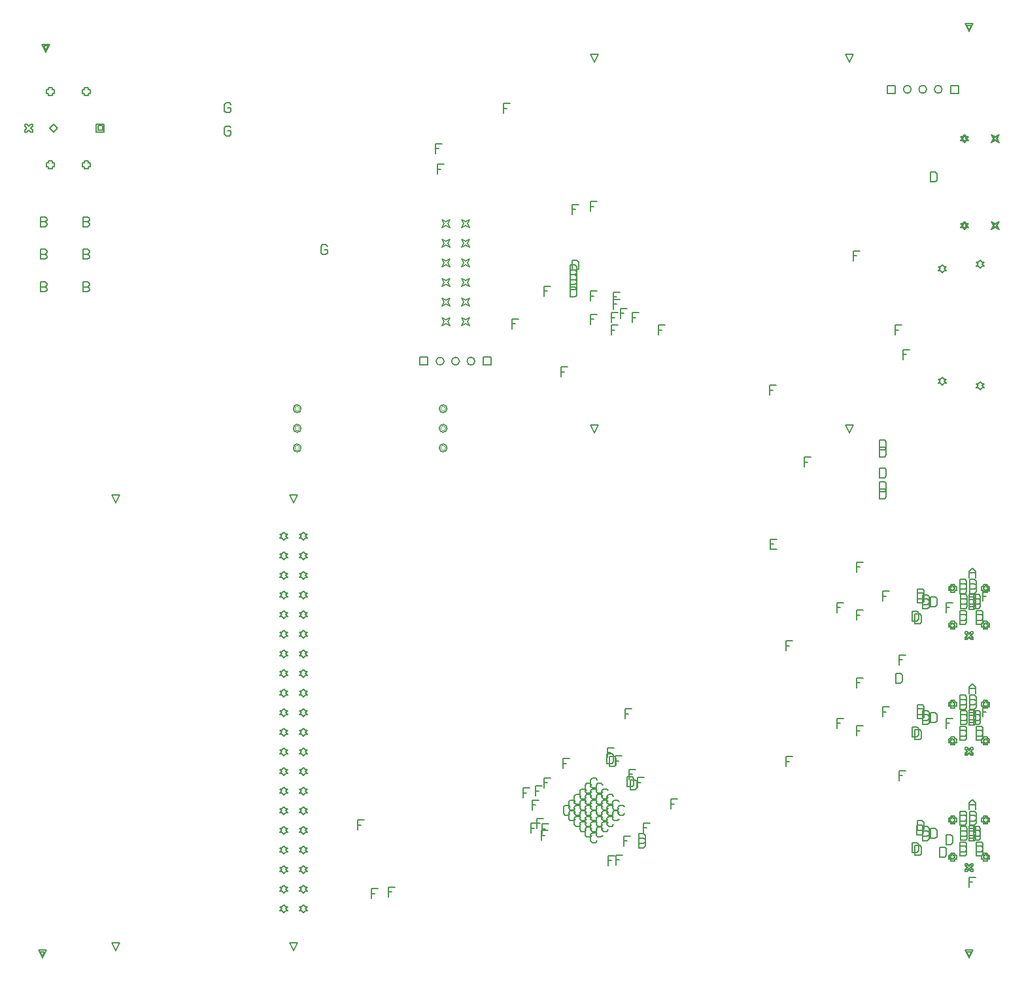
<source format=gbr>
%TF.GenerationSoftware,Altium Limited,Altium Designer,22.2.1 (43)*%
G04 Layer_Color=2752767*
%FSLAX26Y26*%
%MOIN*%
%TF.SameCoordinates,D552E928-BF45-442C-827F-4CC0F3A717A5*%
%TF.FilePolarity,Positive*%
%TF.FileFunction,Drawing*%
%TF.Part,Single*%
G01*
G75*
%TA.AperFunction,NonConductor*%
%ADD200C,0.005000*%
%ADD201C,0.006667*%
%ADD202C,0.004000*%
D200*
X5810709Y5570551D02*
Y5610551D01*
X5850709D01*
Y5570551D01*
X5810709D01*
X5487874D02*
Y5610551D01*
X5527874D01*
Y5570551D01*
X5487874D01*
X3105984Y4184724D02*
Y4224724D01*
X3145984D01*
Y4184724D01*
X3105984D01*
X3428819D02*
Y4224724D01*
X3468819D01*
Y4184724D01*
X3428819D01*
X5295276Y5728032D02*
X5275276Y5768032D01*
X5315276D01*
X5295276Y5728032D01*
X3996063D02*
X3976063Y5768032D01*
X4016063D01*
X3996063Y5728032D01*
X5295276Y3838268D02*
X5275276Y3878268D01*
X5315276D01*
X5295276Y3838268D01*
X3996063D02*
X3976063Y3878268D01*
X4016063D01*
X3996063Y3838268D01*
X2460630Y3483937D02*
X2440630Y3523937D01*
X2480630D01*
X2460630Y3483937D01*
X1555118Y1200472D02*
X1535118Y1240472D01*
X1575118D01*
X1555118Y1200472D01*
X2460630D02*
X2440630Y1240472D01*
X2480630D01*
X2460630Y1200472D01*
X1555118Y3483937D02*
X1535118Y3523937D01*
X1575118D01*
X1555118Y3483937D01*
X2410866Y3292205D02*
X2420866Y3302205D01*
X2430866D01*
X2420866Y3312205D01*
X2430866Y3322205D01*
X2420866D01*
X2410866Y3332205D01*
X2400866Y3322205D01*
X2390866D01*
X2400866Y3312205D01*
X2390866Y3302205D01*
X2400866D01*
X2410866Y3292205D01*
X2510866D02*
X2520866Y3302205D01*
X2530866D01*
X2520866Y3312205D01*
X2530866Y3322205D01*
X2520866D01*
X2510866Y3332205D01*
X2500866Y3322205D01*
X2490866D01*
X2500866Y3312205D01*
X2490866Y3302205D01*
X2500866D01*
X2510866Y3292205D01*
X2410866Y3192205D02*
X2420866Y3202205D01*
X2430866D01*
X2420866Y3212205D01*
X2430866Y3222205D01*
X2420866D01*
X2410866Y3232205D01*
X2400866Y3222205D01*
X2390866D01*
X2400866Y3212205D01*
X2390866Y3202205D01*
X2400866D01*
X2410866Y3192205D01*
X2510866D02*
X2520866Y3202205D01*
X2530866D01*
X2520866Y3212205D01*
X2530866Y3222205D01*
X2520866D01*
X2510866Y3232205D01*
X2500866Y3222205D01*
X2490866D01*
X2500866Y3212205D01*
X2490866Y3202205D01*
X2500866D01*
X2510866Y3192205D01*
X2410866Y3092205D02*
X2420866Y3102205D01*
X2430866D01*
X2420866Y3112205D01*
X2430866Y3122205D01*
X2420866D01*
X2410866Y3132205D01*
X2400866Y3122205D01*
X2390866D01*
X2400866Y3112205D01*
X2390866Y3102205D01*
X2400866D01*
X2410866Y3092205D01*
X2510866D02*
X2520866Y3102205D01*
X2530866D01*
X2520866Y3112205D01*
X2530866Y3122205D01*
X2520866D01*
X2510866Y3132205D01*
X2500866Y3122205D01*
X2490866D01*
X2500866Y3112205D01*
X2490866Y3102205D01*
X2500866D01*
X2510866Y3092205D01*
X2410866Y2992205D02*
X2420866Y3002205D01*
X2430866D01*
X2420866Y3012205D01*
X2430866Y3022205D01*
X2420866D01*
X2410866Y3032205D01*
X2400866Y3022205D01*
X2390866D01*
X2400866Y3012205D01*
X2390866Y3002205D01*
X2400866D01*
X2410866Y2992205D01*
X2510866D02*
X2520866Y3002205D01*
X2530866D01*
X2520866Y3012205D01*
X2530866Y3022205D01*
X2520866D01*
X2510866Y3032205D01*
X2500866Y3022205D01*
X2490866D01*
X2500866Y3012205D01*
X2490866Y3002205D01*
X2500866D01*
X2510866Y2992205D01*
X2410866Y2892205D02*
X2420866Y2902205D01*
X2430866D01*
X2420866Y2912205D01*
X2430866Y2922205D01*
X2420866D01*
X2410866Y2932205D01*
X2400866Y2922205D01*
X2390866D01*
X2400866Y2912205D01*
X2390866Y2902205D01*
X2400866D01*
X2410866Y2892205D01*
X2510866D02*
X2520866Y2902205D01*
X2530866D01*
X2520866Y2912205D01*
X2530866Y2922205D01*
X2520866D01*
X2510866Y2932205D01*
X2500866Y2922205D01*
X2490866D01*
X2500866Y2912205D01*
X2490866Y2902205D01*
X2500866D01*
X2510866Y2892205D01*
X2410866Y2792205D02*
X2420866Y2802205D01*
X2430866D01*
X2420866Y2812205D01*
X2430866Y2822205D01*
X2420866D01*
X2410866Y2832205D01*
X2400866Y2822205D01*
X2390866D01*
X2400866Y2812205D01*
X2390866Y2802205D01*
X2400866D01*
X2410866Y2792205D01*
X2510866D02*
X2520866Y2802205D01*
X2530866D01*
X2520866Y2812205D01*
X2530866Y2822205D01*
X2520866D01*
X2510866Y2832205D01*
X2500866Y2822205D01*
X2490866D01*
X2500866Y2812205D01*
X2490866Y2802205D01*
X2500866D01*
X2510866Y2792205D01*
X2410866Y2692205D02*
X2420866Y2702205D01*
X2430866D01*
X2420866Y2712205D01*
X2430866Y2722205D01*
X2420866D01*
X2410866Y2732205D01*
X2400866Y2722205D01*
X2390866D01*
X2400866Y2712205D01*
X2390866Y2702205D01*
X2400866D01*
X2410866Y2692205D01*
X2510866D02*
X2520866Y2702205D01*
X2530866D01*
X2520866Y2712205D01*
X2530866Y2722205D01*
X2520866D01*
X2510866Y2732205D01*
X2500866Y2722205D01*
X2490866D01*
X2500866Y2712205D01*
X2490866Y2702205D01*
X2500866D01*
X2510866Y2692205D01*
X2410866Y2592205D02*
X2420866Y2602205D01*
X2430866D01*
X2420866Y2612205D01*
X2430866Y2622205D01*
X2420866D01*
X2410866Y2632205D01*
X2400866Y2622205D01*
X2390866D01*
X2400866Y2612205D01*
X2390866Y2602205D01*
X2400866D01*
X2410866Y2592205D01*
X2510866D02*
X2520866Y2602205D01*
X2530866D01*
X2520866Y2612205D01*
X2530866Y2622205D01*
X2520866D01*
X2510866Y2632205D01*
X2500866Y2622205D01*
X2490866D01*
X2500866Y2612205D01*
X2490866Y2602205D01*
X2500866D01*
X2510866Y2592205D01*
X2410866Y2492205D02*
X2420866Y2502205D01*
X2430866D01*
X2420866Y2512205D01*
X2430866Y2522205D01*
X2420866D01*
X2410866Y2532205D01*
X2400866Y2522205D01*
X2390866D01*
X2400866Y2512205D01*
X2390866Y2502205D01*
X2400866D01*
X2410866Y2492205D01*
X2510866D02*
X2520866Y2502205D01*
X2530866D01*
X2520866Y2512205D01*
X2530866Y2522205D01*
X2520866D01*
X2510866Y2532205D01*
X2500866Y2522205D01*
X2490866D01*
X2500866Y2512205D01*
X2490866Y2502205D01*
X2500866D01*
X2510866Y2492205D01*
X2410866Y2392205D02*
X2420866Y2402205D01*
X2430866D01*
X2420866Y2412205D01*
X2430866Y2422205D01*
X2420866D01*
X2410866Y2432205D01*
X2400866Y2422205D01*
X2390866D01*
X2400866Y2412205D01*
X2390866Y2402205D01*
X2400866D01*
X2410866Y2392205D01*
X2510866D02*
X2520866Y2402205D01*
X2530866D01*
X2520866Y2412205D01*
X2530866Y2422205D01*
X2520866D01*
X2510866Y2432205D01*
X2500866Y2422205D01*
X2490866D01*
X2500866Y2412205D01*
X2490866Y2402205D01*
X2500866D01*
X2510866Y2392205D01*
X2410866Y2292205D02*
X2420866Y2302205D01*
X2430866D01*
X2420866Y2312205D01*
X2430866Y2322205D01*
X2420866D01*
X2410866Y2332205D01*
X2400866Y2322205D01*
X2390866D01*
X2400866Y2312205D01*
X2390866Y2302205D01*
X2400866D01*
X2410866Y2292205D01*
X2510866D02*
X2520866Y2302205D01*
X2530866D01*
X2520866Y2312205D01*
X2530866Y2322205D01*
X2520866D01*
X2510866Y2332205D01*
X2500866Y2322205D01*
X2490866D01*
X2500866Y2312205D01*
X2490866Y2302205D01*
X2500866D01*
X2510866Y2292205D01*
X2410866Y2192205D02*
X2420866Y2202205D01*
X2430866D01*
X2420866Y2212205D01*
X2430866Y2222205D01*
X2420866D01*
X2410866Y2232205D01*
X2400866Y2222205D01*
X2390866D01*
X2400866Y2212205D01*
X2390866Y2202205D01*
X2400866D01*
X2410866Y2192205D01*
X2510866D02*
X2520866Y2202205D01*
X2530866D01*
X2520866Y2212205D01*
X2530866Y2222205D01*
X2520866D01*
X2510866Y2232205D01*
X2500866Y2222205D01*
X2490866D01*
X2500866Y2212205D01*
X2490866Y2202205D01*
X2500866D01*
X2510866Y2192205D01*
X2410866Y2092205D02*
X2420866Y2102205D01*
X2430866D01*
X2420866Y2112205D01*
X2430866Y2122205D01*
X2420866D01*
X2410866Y2132205D01*
X2400866Y2122205D01*
X2390866D01*
X2400866Y2112205D01*
X2390866Y2102205D01*
X2400866D01*
X2410866Y2092205D01*
X2510866D02*
X2520866Y2102205D01*
X2530866D01*
X2520866Y2112205D01*
X2530866Y2122205D01*
X2520866D01*
X2510866Y2132205D01*
X2500866Y2122205D01*
X2490866D01*
X2500866Y2112205D01*
X2490866Y2102205D01*
X2500866D01*
X2510866Y2092205D01*
X2410866Y1992205D02*
X2420866Y2002205D01*
X2430866D01*
X2420866Y2012205D01*
X2430866Y2022205D01*
X2420866D01*
X2410866Y2032205D01*
X2400866Y2022205D01*
X2390866D01*
X2400866Y2012205D01*
X2390866Y2002205D01*
X2400866D01*
X2410866Y1992205D01*
X2510866D02*
X2520866Y2002205D01*
X2530866D01*
X2520866Y2012205D01*
X2530866Y2022205D01*
X2520866D01*
X2510866Y2032205D01*
X2500866Y2022205D01*
X2490866D01*
X2500866Y2012205D01*
X2490866Y2002205D01*
X2500866D01*
X2510866Y1992205D01*
X2410866Y1892205D02*
X2420866Y1902205D01*
X2430866D01*
X2420866Y1912205D01*
X2430866Y1922205D01*
X2420866D01*
X2410866Y1932205D01*
X2400866Y1922205D01*
X2390866D01*
X2400866Y1912205D01*
X2390866Y1902205D01*
X2400866D01*
X2410866Y1892205D01*
X2510866D02*
X2520866Y1902205D01*
X2530866D01*
X2520866Y1912205D01*
X2530866Y1922205D01*
X2520866D01*
X2510866Y1932205D01*
X2500866Y1922205D01*
X2490866D01*
X2500866Y1912205D01*
X2490866Y1902205D01*
X2500866D01*
X2510866Y1892205D01*
X2410866Y1792205D02*
X2420866Y1802205D01*
X2430866D01*
X2420866Y1812205D01*
X2430866Y1822205D01*
X2420866D01*
X2410866Y1832205D01*
X2400866Y1822205D01*
X2390866D01*
X2400866Y1812205D01*
X2390866Y1802205D01*
X2400866D01*
X2410866Y1792205D01*
X2510866D02*
X2520866Y1802205D01*
X2530866D01*
X2520866Y1812205D01*
X2530866Y1822205D01*
X2520866D01*
X2510866Y1832205D01*
X2500866Y1822205D01*
X2490866D01*
X2500866Y1812205D01*
X2490866Y1802205D01*
X2500866D01*
X2510866Y1792205D01*
X2410866Y1692205D02*
X2420866Y1702205D01*
X2430866D01*
X2420866Y1712205D01*
X2430866Y1722205D01*
X2420866D01*
X2410866Y1732205D01*
X2400866Y1722205D01*
X2390866D01*
X2400866Y1712205D01*
X2390866Y1702205D01*
X2400866D01*
X2410866Y1692205D01*
X2510866D02*
X2520866Y1702205D01*
X2530866D01*
X2520866Y1712205D01*
X2530866Y1722205D01*
X2520866D01*
X2510866Y1732205D01*
X2500866Y1722205D01*
X2490866D01*
X2500866Y1712205D01*
X2490866Y1702205D01*
X2500866D01*
X2510866Y1692205D01*
X2410866Y1592205D02*
X2420866Y1602205D01*
X2430866D01*
X2420866Y1612205D01*
X2430866Y1622205D01*
X2420866D01*
X2410866Y1632205D01*
X2400866Y1622205D01*
X2390866D01*
X2400866Y1612205D01*
X2390866Y1602205D01*
X2400866D01*
X2410866Y1592205D01*
X2510866D02*
X2520866Y1602205D01*
X2530866D01*
X2520866Y1612205D01*
X2530866Y1622205D01*
X2520866D01*
X2510866Y1632205D01*
X2500866Y1622205D01*
X2490866D01*
X2500866Y1612205D01*
X2490866Y1602205D01*
X2500866D01*
X2510866Y1592205D01*
X2410866Y1492205D02*
X2420866Y1502205D01*
X2430866D01*
X2420866Y1512205D01*
X2430866Y1522205D01*
X2420866D01*
X2410866Y1532205D01*
X2400866Y1522205D01*
X2390866D01*
X2400866Y1512205D01*
X2390866Y1502205D01*
X2400866D01*
X2410866Y1492205D01*
X2510866D02*
X2520866Y1502205D01*
X2530866D01*
X2520866Y1512205D01*
X2530866Y1522205D01*
X2520866D01*
X2510866Y1532205D01*
X2500866Y1522205D01*
X2490866D01*
X2500866Y1512205D01*
X2490866Y1502205D01*
X2500866D01*
X2510866Y1492205D01*
X2410866Y1392205D02*
X2420866Y1402205D01*
X2430866D01*
X2420866Y1412205D01*
X2430866Y1422205D01*
X2420866D01*
X2410866Y1432205D01*
X2400866Y1422205D01*
X2390866D01*
X2400866Y1412205D01*
X2390866Y1402205D01*
X2400866D01*
X2410866Y1392205D01*
X2510866D02*
X2520866Y1402205D01*
X2530866D01*
X2520866Y1412205D01*
X2530866Y1422205D01*
X2520866D01*
X2510866Y1432205D01*
X2500866Y1422205D01*
X2490866D01*
X2500866Y1412205D01*
X2490866Y1402205D01*
X2500866D01*
X2510866Y1392205D01*
X3219961Y4386299D02*
X3229961Y4406299D01*
X3219961Y4426299D01*
X3239961Y4416299D01*
X3259961Y4426299D01*
X3249961Y4406299D01*
X3259961Y4386299D01*
X3239961Y4396299D01*
X3219961Y4386299D01*
X3319961D02*
X3329961Y4406299D01*
X3319961Y4426299D01*
X3339961Y4416299D01*
X3359961Y4426299D01*
X3349961Y4406299D01*
X3359961Y4386299D01*
X3339961Y4396299D01*
X3319961Y4386299D01*
X3219961Y4486299D02*
X3229961Y4506299D01*
X3219961Y4526299D01*
X3239961Y4516299D01*
X3259961Y4526299D01*
X3249961Y4506299D01*
X3259961Y4486299D01*
X3239961Y4496299D01*
X3219961Y4486299D01*
X3319961D02*
X3329961Y4506299D01*
X3319961Y4526299D01*
X3339961Y4516299D01*
X3359961Y4526299D01*
X3349961Y4506299D01*
X3359961Y4486299D01*
X3339961Y4496299D01*
X3319961Y4486299D01*
X3219961Y4586299D02*
X3229961Y4606299D01*
X3219961Y4626299D01*
X3239961Y4616299D01*
X3259961Y4626299D01*
X3249961Y4606299D01*
X3259961Y4586299D01*
X3239961Y4596299D01*
X3219961Y4586299D01*
X3319961D02*
X3329961Y4606299D01*
X3319961Y4626299D01*
X3339961Y4616299D01*
X3359961Y4626299D01*
X3349961Y4606299D01*
X3359961Y4586299D01*
X3339961Y4596299D01*
X3319961Y4586299D01*
X3219961Y4686299D02*
X3229961Y4706299D01*
X3219961Y4726299D01*
X3239961Y4716299D01*
X3259961Y4726299D01*
X3249961Y4706299D01*
X3259961Y4686299D01*
X3239961Y4696299D01*
X3219961Y4686299D01*
X3319961D02*
X3329961Y4706299D01*
X3319961Y4726299D01*
X3339961Y4716299D01*
X3359961Y4726299D01*
X3349961Y4706299D01*
X3359961Y4686299D01*
X3339961Y4696299D01*
X3319961Y4686299D01*
Y4886299D02*
X3329961Y4906299D01*
X3319961Y4926299D01*
X3339961Y4916299D01*
X3359961Y4926299D01*
X3349961Y4906299D01*
X3359961Y4886299D01*
X3339961Y4896299D01*
X3319961Y4886299D01*
X3219961D02*
X3229961Y4906299D01*
X3219961Y4926299D01*
X3239961Y4916299D01*
X3259961Y4926299D01*
X3249961Y4906299D01*
X3259961Y4886299D01*
X3239961Y4896299D01*
X3219961Y4886299D01*
Y4786299D02*
X3229961Y4806299D01*
X3219961Y4826299D01*
X3239961Y4816299D01*
X3259961Y4826299D01*
X3249961Y4806299D01*
X3259961Y4786299D01*
X3239961Y4796299D01*
X3219961Y4786299D01*
X3319961D02*
X3329961Y4806299D01*
X3319961Y4826299D01*
X3339961Y4816299D01*
X3359961Y4826299D01*
X3349961Y4806299D01*
X3359961Y4786299D01*
X3339961Y4796299D01*
X3319961Y4786299D01*
X1210472Y5196693D02*
Y5186693D01*
X1230472D01*
Y5196693D01*
X1240472D01*
Y5216693D01*
X1230472D01*
Y5226693D01*
X1210472D01*
Y5216693D01*
X1200472D01*
Y5196693D01*
X1210472D01*
Y5570709D02*
Y5560709D01*
X1230472D01*
Y5570709D01*
X1240472D01*
Y5590709D01*
X1230472D01*
Y5600709D01*
X1210472D01*
Y5590709D01*
X1200472D01*
Y5570709D01*
X1210472D01*
X1092205Y5373701D02*
X1102205D01*
X1112205Y5383701D01*
X1122205Y5373701D01*
X1132205D01*
Y5383701D01*
X1122205Y5393701D01*
X1132205Y5403701D01*
Y5413701D01*
X1122205D01*
X1112205Y5403701D01*
X1102205Y5413701D01*
X1092205D01*
Y5403701D01*
X1102205Y5393701D01*
X1092205Y5383701D01*
Y5373701D01*
X1220158Y5393701D02*
X1240158Y5413701D01*
X1260158Y5393701D01*
X1240158Y5373701D01*
X1220158Y5393701D01*
X1456378Y5373701D02*
Y5413701D01*
X1496378D01*
Y5373701D01*
X1456378D01*
X1464378Y5381701D02*
Y5405701D01*
X1488378D01*
Y5381701D01*
X1464378D01*
X1395512Y5570709D02*
Y5560709D01*
X1415512D01*
Y5570709D01*
X1425512D01*
Y5590709D01*
X1415512D01*
Y5600709D01*
X1395512D01*
Y5590709D01*
X1385512D01*
Y5570709D01*
X1395512D01*
Y5196693D02*
Y5186693D01*
X1415512D01*
Y5196693D01*
X1425512D01*
Y5216693D01*
X1415512D01*
Y5226693D01*
X1395512D01*
Y5216693D01*
X1385512D01*
Y5196693D01*
X1395512D01*
X5905512Y5885512D02*
X5885512Y5925512D01*
X5925512D01*
X5905512Y5885512D01*
Y5893512D02*
X5893512Y5917512D01*
X5917512D01*
X5905512Y5893512D01*
Y1161102D02*
X5885512Y1201102D01*
X5925512D01*
X5905512Y1161102D01*
Y1169102D02*
X5893512Y1193102D01*
X5917512D01*
X5905512Y1169102D01*
X1200000Y5780000D02*
X1180000Y5820000D01*
X1220000D01*
X1200000Y5780000D01*
Y5788000D02*
X1188000Y5812000D01*
X1212000D01*
X1200000Y5788000D01*
X1181102Y1161102D02*
X1161102Y1201102D01*
X1201102D01*
X1181102Y1161102D01*
Y1169102D02*
X1169102Y1193102D01*
X1193102D01*
X1181102Y1169102D01*
X5767717Y4655197D02*
X5777717Y4665197D01*
X5787717D01*
X5777717Y4675197D01*
X5787717Y4685197D01*
X5777717D01*
X5767717Y4695197D01*
X5757717Y4685197D01*
X5747717D01*
X5757717Y4675197D01*
X5747717Y4665197D01*
X5757717D01*
X5767717Y4655197D01*
X5960630Y4678819D02*
X5970630Y4688819D01*
X5980630D01*
X5970630Y4698819D01*
X5980630Y4708819D01*
X5970630D01*
X5960630Y4718819D01*
X5950630Y4708819D01*
X5940630D01*
X5950630Y4698819D01*
X5940630Y4688819D01*
X5950630D01*
X5960630Y4678819D01*
X5767717Y4084331D02*
X5777717Y4094331D01*
X5787717D01*
X5777717Y4104331D01*
X5787717Y4114331D01*
X5777717D01*
X5767717Y4124331D01*
X5757717Y4114331D01*
X5747717D01*
X5757717Y4104331D01*
X5747717Y4094331D01*
X5757717D01*
X5767717Y4084331D01*
X5960630Y4060709D02*
X5970630Y4070709D01*
X5980630D01*
X5970630Y4080709D01*
X5980630Y4090709D01*
X5970630D01*
X5960630Y4100709D01*
X5950630Y4090709D01*
X5940630D01*
X5950630Y4080709D01*
X5940630Y4070709D01*
X5950630D01*
X5960630Y4060709D01*
X5881890Y5319370D02*
X5891890Y5329370D01*
X5901890D01*
X5891890Y5339370D01*
X5901890Y5349370D01*
X5891890D01*
X5881890Y5359370D01*
X5871890Y5349370D01*
X5861890D01*
X5871890Y5339370D01*
X5861890Y5329370D01*
X5871890D01*
X5881890Y5319370D01*
Y5327370D02*
X5887890Y5333370D01*
X5893890D01*
X5887890Y5339370D01*
X5893890Y5345370D01*
X5887890D01*
X5881890Y5351370D01*
X5875890Y5345370D01*
X5869890D01*
X5875890Y5339370D01*
X5869890Y5333370D01*
X5875890D01*
X5881890Y5327370D01*
Y4876850D02*
X5891890Y4886850D01*
X5901890D01*
X5891890Y4896850D01*
X5901890Y4906850D01*
X5891890D01*
X5881890Y4916850D01*
X5871890Y4906850D01*
X5861890D01*
X5871890Y4896850D01*
X5861890Y4886850D01*
X5871890D01*
X5881890Y4876850D01*
Y4884850D02*
X5887890Y4890850D01*
X5893890D01*
X5887890Y4896850D01*
X5893890Y4902850D01*
X5887890D01*
X5881890Y4908850D01*
X5875890Y4902850D01*
X5869890D01*
X5875890Y4896850D01*
X5869890Y4890850D01*
X5875890D01*
X5881890Y4884850D01*
X6019370Y5319370D02*
X6029370Y5339370D01*
X6019370Y5359370D01*
X6039370Y5349370D01*
X6059370Y5359370D01*
X6049370Y5339370D01*
X6059370Y5319370D01*
X6039370Y5329370D01*
X6019370Y5319370D01*
X6027370Y5327370D02*
X6033370Y5339370D01*
X6027370Y5351370D01*
X6039370Y5345370D01*
X6051370Y5351370D01*
X6045370Y5339370D01*
X6051370Y5327370D01*
X6039370Y5333370D01*
X6027370Y5327370D01*
X6019370Y4876850D02*
X6029370Y4896850D01*
X6019370Y4916850D01*
X6039370Y4906850D01*
X6059370Y4916850D01*
X6049370Y4896850D01*
X6059370Y4876850D01*
X6039370Y4886850D01*
X6019370Y4876850D01*
X6027370Y4884850D02*
X6033370Y4896850D01*
X6027370Y4908850D01*
X6039370Y4902850D01*
X6051370Y4908850D01*
X6045370Y4896850D01*
X6051370Y4884850D01*
X6039370Y4890850D01*
X6027370Y4884850D01*
X5980158Y2848268D02*
Y2838268D01*
X6000158D01*
Y2848268D01*
X6010158D01*
Y2868268D01*
X6000158D01*
Y2878268D01*
X5980158D01*
Y2868268D01*
X5970158D01*
Y2848268D01*
X5980158D01*
X5984158Y2852268D02*
Y2846268D01*
X5996158D01*
Y2852268D01*
X6002158D01*
Y2864268D01*
X5996158D01*
Y2870268D01*
X5984158D01*
Y2864268D01*
X5978158D01*
Y2852268D01*
X5984158D01*
X5980158Y3037244D02*
Y3027244D01*
X6000158D01*
Y3037244D01*
X6010158D01*
Y3057244D01*
X6000158D01*
Y3067244D01*
X5980158D01*
Y3057244D01*
X5970158D01*
Y3037244D01*
X5980158D01*
X5984158Y3041244D02*
Y3035244D01*
X5996158D01*
Y3041244D01*
X6002158D01*
Y3053244D01*
X5996158D01*
Y3059244D01*
X5984158D01*
Y3053244D01*
X5978158D01*
Y3041244D01*
X5984158D01*
X5810866Y3037244D02*
Y3027244D01*
X5830866D01*
Y3037244D01*
X5840866D01*
Y3057244D01*
X5830866D01*
Y3067244D01*
X5810866D01*
Y3057244D01*
X5800866D01*
Y3037244D01*
X5810866D01*
X5814866Y3041244D02*
Y3035244D01*
X5826866D01*
Y3041244D01*
X5832866D01*
Y3053244D01*
X5826866D01*
Y3059244D01*
X5814866D01*
Y3053244D01*
X5808866D01*
Y3041244D01*
X5814866D01*
X5810866Y2848268D02*
Y2838268D01*
X5830866D01*
Y2848268D01*
X5840866D01*
Y2868268D01*
X5830866D01*
Y2878268D01*
X5810866D01*
Y2868268D01*
X5800866D01*
Y2848268D01*
X5810866D01*
X5814866Y2852268D02*
Y2846268D01*
X5826866D01*
Y2852268D01*
X5832866D01*
Y2864268D01*
X5826866D01*
Y2870268D01*
X5814866D01*
Y2864268D01*
X5808866D01*
Y2852268D01*
X5814866D01*
X5885512Y2785118D02*
X5895512D01*
X5905512Y2795118D01*
X5915512Y2785118D01*
X5925512D01*
Y2795118D01*
X5915512Y2805118D01*
X5925512Y2815118D01*
Y2825118D01*
X5915512D01*
X5905512Y2815118D01*
X5895512Y2825118D01*
X5885512D01*
Y2815118D01*
X5895512Y2805118D01*
X5885512Y2795118D01*
Y2785118D01*
X5893512Y2793118D02*
X5899512D01*
X5905512Y2799118D01*
X5911512Y2793118D01*
X5917512D01*
Y2799118D01*
X5911512Y2805118D01*
X5917512Y2811118D01*
Y2817118D01*
X5911512D01*
X5905512Y2811118D01*
X5899512Y2817118D01*
X5893512D01*
Y2811118D01*
X5899512Y2805118D01*
X5893512Y2799118D01*
Y2793118D01*
X5905512Y3100394D02*
Y3133716D01*
X5922173Y3150378D01*
X5938834Y3133716D01*
Y3100394D01*
Y3125386D01*
X5905512D01*
X5980158Y2257716D02*
Y2247716D01*
X6000158D01*
Y2257716D01*
X6010158D01*
Y2277716D01*
X6000158D01*
Y2287716D01*
X5980158D01*
Y2277716D01*
X5970158D01*
Y2257716D01*
X5980158D01*
X5984158Y2261716D02*
Y2255716D01*
X5996158D01*
Y2261716D01*
X6002158D01*
Y2273716D01*
X5996158D01*
Y2279716D01*
X5984158D01*
Y2273716D01*
X5978158D01*
Y2261716D01*
X5984158D01*
X5980158Y2446693D02*
Y2436693D01*
X6000158D01*
Y2446693D01*
X6010158D01*
Y2466693D01*
X6000158D01*
Y2476693D01*
X5980158D01*
Y2466693D01*
X5970158D01*
Y2446693D01*
X5980158D01*
X5984158Y2450693D02*
Y2444693D01*
X5996158D01*
Y2450693D01*
X6002158D01*
Y2462693D01*
X5996158D01*
Y2468693D01*
X5984158D01*
Y2462693D01*
X5978158D01*
Y2450693D01*
X5984158D01*
X5810866Y2446693D02*
Y2436693D01*
X5830866D01*
Y2446693D01*
X5840866D01*
Y2466693D01*
X5830866D01*
Y2476693D01*
X5810866D01*
Y2466693D01*
X5800866D01*
Y2446693D01*
X5810866D01*
X5814866Y2450693D02*
Y2444693D01*
X5826866D01*
Y2450693D01*
X5832866D01*
Y2462693D01*
X5826866D01*
Y2468693D01*
X5814866D01*
Y2462693D01*
X5808866D01*
Y2450693D01*
X5814866D01*
X5810866Y2257716D02*
Y2247716D01*
X5830866D01*
Y2257716D01*
X5840866D01*
Y2277716D01*
X5830866D01*
Y2287716D01*
X5810866D01*
Y2277716D01*
X5800866D01*
Y2257716D01*
X5810866D01*
X5814866Y2261716D02*
Y2255716D01*
X5826866D01*
Y2261716D01*
X5832866D01*
Y2273716D01*
X5826866D01*
Y2279716D01*
X5814866D01*
Y2273716D01*
X5808866D01*
Y2261716D01*
X5814866D01*
X5885512Y2194567D02*
X5895512D01*
X5905512Y2204567D01*
X5915512Y2194567D01*
X5925512D01*
Y2204567D01*
X5915512Y2214567D01*
X5925512Y2224567D01*
Y2234567D01*
X5915512D01*
X5905512Y2224567D01*
X5895512Y2234567D01*
X5885512D01*
Y2224567D01*
X5895512Y2214567D01*
X5885512Y2204567D01*
Y2194567D01*
X5893512Y2202567D02*
X5899512D01*
X5905512Y2208567D01*
X5911512Y2202567D01*
X5917512D01*
Y2208567D01*
X5911512Y2214567D01*
X5917512Y2220567D01*
Y2226567D01*
X5911512D01*
X5905512Y2220567D01*
X5899512Y2226567D01*
X5893512D01*
Y2220567D01*
X5899512Y2214567D01*
X5893512Y2208567D01*
Y2202567D01*
X5905512Y2509843D02*
Y2543165D01*
X5922173Y2559826D01*
X5938834Y2543165D01*
Y2509843D01*
Y2534834D01*
X5905512D01*
X5980158Y1667165D02*
Y1657165D01*
X6000158D01*
Y1667165D01*
X6010158D01*
Y1687165D01*
X6000158D01*
Y1697165D01*
X5980158D01*
Y1687165D01*
X5970158D01*
Y1667165D01*
X5980158D01*
X5984158Y1671165D02*
Y1665165D01*
X5996158D01*
Y1671165D01*
X6002158D01*
Y1683165D01*
X5996158D01*
Y1689165D01*
X5984158D01*
Y1683165D01*
X5978158D01*
Y1671165D01*
X5984158D01*
X5980158Y1856142D02*
Y1846142D01*
X6000158D01*
Y1856142D01*
X6010158D01*
Y1876142D01*
X6000158D01*
Y1886142D01*
X5980158D01*
Y1876142D01*
X5970158D01*
Y1856142D01*
X5980158D01*
X5984158Y1860142D02*
Y1854142D01*
X5996158D01*
Y1860142D01*
X6002158D01*
Y1872142D01*
X5996158D01*
Y1878142D01*
X5984158D01*
Y1872142D01*
X5978158D01*
Y1860142D01*
X5984158D01*
X5810866Y1856142D02*
Y1846142D01*
X5830866D01*
Y1856142D01*
X5840866D01*
Y1876142D01*
X5830866D01*
Y1886142D01*
X5810866D01*
Y1876142D01*
X5800866D01*
Y1856142D01*
X5810866D01*
X5814866Y1860142D02*
Y1854142D01*
X5826866D01*
Y1860142D01*
X5832866D01*
Y1872142D01*
X5826866D01*
Y1878142D01*
X5814866D01*
Y1872142D01*
X5808866D01*
Y1860142D01*
X5814866D01*
X5810866Y1667165D02*
Y1657165D01*
X5830866D01*
Y1667165D01*
X5840866D01*
Y1687165D01*
X5830866D01*
Y1697165D01*
X5810866D01*
Y1687165D01*
X5800866D01*
Y1667165D01*
X5810866D01*
X5814866Y1671165D02*
Y1665165D01*
X5826866D01*
Y1671165D01*
X5832866D01*
Y1683165D01*
X5826866D01*
Y1689165D01*
X5814866D01*
Y1683165D01*
X5808866D01*
Y1671165D01*
X5814866D01*
X5885512Y1604016D02*
X5895512D01*
X5905512Y1614016D01*
X5915512Y1604016D01*
X5925512D01*
Y1614016D01*
X5915512Y1624016D01*
X5925512Y1634016D01*
Y1644016D01*
X5915512D01*
X5905512Y1634016D01*
X5895512Y1644016D01*
X5885512D01*
Y1634016D01*
X5895512Y1624016D01*
X5885512Y1614016D01*
Y1604016D01*
X5893512Y1612016D02*
X5899512D01*
X5905512Y1618016D01*
X5911512Y1612016D01*
X5917512D01*
Y1618016D01*
X5911512Y1624016D01*
X5917512Y1630016D01*
Y1636016D01*
X5911512D01*
X5905512Y1630016D01*
X5899512Y1636016D01*
X5893512D01*
Y1630016D01*
X5899512Y1624016D01*
X5893512Y1618016D01*
Y1612016D01*
X5905512Y1919291D02*
Y1952614D01*
X5922173Y1969275D01*
X5938834Y1952614D01*
Y1919291D01*
Y1944283D01*
X5905512D01*
X1171260Y4609039D02*
Y4559055D01*
X1196252D01*
X1204582Y4567386D01*
Y4575716D01*
X1196252Y4584047D01*
X1171260D01*
X1196252D01*
X1204582Y4592378D01*
Y4600708D01*
X1196252Y4609039D01*
X1171260D01*
Y4774393D02*
Y4724409D01*
X1196252D01*
X1204582Y4732740D01*
Y4741071D01*
X1196252Y4749401D01*
X1171260D01*
X1196252D01*
X1204582Y4757732D01*
Y4766063D01*
X1196252Y4774393D01*
X1171260D01*
Y4939748D02*
Y4889764D01*
X1196252D01*
X1204582Y4898094D01*
Y4906425D01*
X1196252Y4914756D01*
X1171260D01*
X1196252D01*
X1204582Y4923086D01*
Y4931417D01*
X1196252Y4939748D01*
X1171260D01*
X1387795Y4609039D02*
Y4559055D01*
X1412787D01*
X1421118Y4567386D01*
Y4575716D01*
X1412787Y4584047D01*
X1387795D01*
X1412787D01*
X1421118Y4592378D01*
Y4600708D01*
X1412787Y4609039D01*
X1387795D01*
Y4774393D02*
Y4724409D01*
X1412787D01*
X1421118Y4732740D01*
Y4741071D01*
X1412787Y4749401D01*
X1387795D01*
X1412787D01*
X1421118Y4757732D01*
Y4766063D01*
X1412787Y4774393D01*
X1387795D01*
Y4939748D02*
Y4889764D01*
X1412787D01*
X1421118Y4898094D01*
Y4906425D01*
X1412787Y4914756D01*
X1387795D01*
X1412787D01*
X1421118Y4923086D01*
Y4931417D01*
X1412787Y4939748D01*
X1387795D01*
X4009701Y1903578D02*
X4001370Y1911909D01*
X3984709D01*
X3976378Y1903578D01*
Y1870256D01*
X3984709Y1861925D01*
X4001370D01*
X4009701Y1870256D01*
X3981862Y1875739D02*
X3973531Y1884070D01*
X3956870D01*
X3948539Y1875739D01*
Y1842417D01*
X3956870Y1834086D01*
X3973531D01*
X3981862Y1842417D01*
X3954023Y1847900D02*
X3945692Y1856231D01*
X3929031D01*
X3920700Y1847900D01*
Y1814578D01*
X3929031Y1806247D01*
X3945692D01*
X3954023Y1814578D01*
X3981862Y1931417D02*
X3973531Y1939748D01*
X3956870D01*
X3948539Y1931417D01*
Y1898094D01*
X3956870Y1889764D01*
X3973531D01*
X3981862Y1898094D01*
X3954023Y1903578D02*
X3945692Y1911909D01*
X3929031D01*
X3920700Y1903578D01*
Y1870255D01*
X3929031Y1861925D01*
X3945692D01*
X3954023Y1870255D01*
X3926184Y1875739D02*
X3917853Y1884070D01*
X3901192D01*
X3892861Y1875739D01*
Y1842417D01*
X3901192Y1834086D01*
X3917853D01*
X3926184Y1842417D01*
X3954023Y1959256D02*
X3945692Y1967586D01*
X3929031D01*
X3920700Y1959256D01*
Y1925933D01*
X3929031Y1917603D01*
X3945692D01*
X3954023Y1925933D01*
X3926184Y1931417D02*
X3917853Y1939748D01*
X3901192D01*
X3892861Y1931417D01*
Y1898094D01*
X3901192Y1889764D01*
X3917853D01*
X3926184Y1898094D01*
X3898345Y1903578D02*
X3890015Y1911909D01*
X3873353D01*
X3865023Y1903578D01*
Y1870255D01*
X3873353Y1861925D01*
X3890015D01*
X3898345Y1870255D01*
X3926184Y1987095D02*
X3917853Y1995425D01*
X3901192D01*
X3892861Y1987095D01*
Y1953772D01*
X3901192Y1945441D01*
X3917853D01*
X3926184Y1953772D01*
X3898345Y1959256D02*
X3890015Y1967586D01*
X3873353D01*
X3865023Y1959256D01*
Y1925933D01*
X3873353Y1917603D01*
X3890015D01*
X3898345Y1925933D01*
X3870506Y1931417D02*
X3862176Y1939748D01*
X3845514D01*
X3837184Y1931417D01*
Y1898094D01*
X3845514Y1889764D01*
X3862176D01*
X3870506Y1898094D01*
X4037539Y1875739D02*
X4029209Y1884070D01*
X4012548D01*
X4004217Y1875739D01*
Y1842417D01*
X4012548Y1834086D01*
X4029209D01*
X4037539Y1842417D01*
X4009701Y1847900D02*
X4001370Y1856231D01*
X3984709D01*
X3976378Y1847900D01*
Y1814578D01*
X3984709Y1806247D01*
X4001370D01*
X4009701Y1814578D01*
X3981862Y1820062D02*
X3973531Y1828392D01*
X3956870D01*
X3948539Y1820062D01*
Y1786739D01*
X3956870Y1778408D01*
X3973531D01*
X3981862Y1786739D01*
X4009701Y1792223D02*
X4001370Y1800553D01*
X3984709D01*
X3976378Y1792223D01*
Y1758900D01*
X3984709Y1750570D01*
X4001370D01*
X4009701Y1758900D01*
X4037539Y1820062D02*
X4029209Y1828392D01*
X4012548D01*
X4004217Y1820062D01*
Y1786739D01*
X4012548Y1778408D01*
X4029209D01*
X4037539Y1786739D01*
X4065378Y1847900D02*
X4057048Y1856231D01*
X4040386D01*
X4032056Y1847900D01*
Y1814578D01*
X4040386Y1806247D01*
X4057048D01*
X4065378Y1814578D01*
X4009701Y1959256D02*
X4001370Y1967586D01*
X3984709D01*
X3976378Y1959256D01*
Y1925933D01*
X3984709Y1917603D01*
X4001370D01*
X4009701Y1925933D01*
X4037539Y1987095D02*
X4029209Y1995425D01*
X4012548D01*
X4004217Y1987095D01*
Y1953772D01*
X4012548Y1945441D01*
X4029209D01*
X4037539Y1953772D01*
X4065378Y2014934D02*
X4057048Y2023264D01*
X4040386D01*
X4032056Y2014934D01*
Y1981611D01*
X4040386Y1973280D01*
X4057048D01*
X4065378Y1981611D01*
X4037539Y1931417D02*
X4029209Y1939748D01*
X4012547D01*
X4004217Y1931417D01*
Y1898094D01*
X4012547Y1889764D01*
X4029209D01*
X4037539Y1898094D01*
X4065378Y1959256D02*
X4057048Y1967586D01*
X4040386D01*
X4032056Y1959256D01*
Y1925933D01*
X4040386Y1917603D01*
X4057048D01*
X4065378Y1925933D01*
X4093217Y1987095D02*
X4084886Y1995425D01*
X4068225D01*
X4059894Y1987095D01*
Y1953772D01*
X4068225Y1945441D01*
X4084886D01*
X4093217Y1953772D01*
X4065378Y1903578D02*
X4057048Y1911909D01*
X4040386D01*
X4032056Y1903578D01*
Y1870255D01*
X4040386Y1861925D01*
X4057048D01*
X4065378Y1870255D01*
X4093217Y1931417D02*
X4084886Y1939748D01*
X4068225D01*
X4059894Y1931417D01*
Y1898094D01*
X4068225Y1889764D01*
X4084886D01*
X4093217Y1898094D01*
X4121056Y1959256D02*
X4112725Y1967586D01*
X4096064D01*
X4087733Y1959256D01*
Y1925933D01*
X4096064Y1917603D01*
X4112725D01*
X4121056Y1925933D01*
X4093217Y1875739D02*
X4084886Y1884070D01*
X4068225D01*
X4059894Y1875739D01*
Y1842417D01*
X4068225Y1834086D01*
X4084886D01*
X4093217Y1842417D01*
X4121056Y1903578D02*
X4112725Y1911909D01*
X4096064D01*
X4087733Y1903578D01*
Y1870255D01*
X4096064Y1861925D01*
X4112725D01*
X4121056Y1870255D01*
X4148895Y1931417D02*
X4140564Y1939748D01*
X4123903D01*
X4115572Y1931417D01*
Y1898094D01*
X4123903Y1889764D01*
X4140564D01*
X4148895Y1898094D01*
X3981862Y1987095D02*
X3973531Y1995425D01*
X3956870D01*
X3948539Y1987095D01*
Y1953772D01*
X3956870Y1945441D01*
X3973531D01*
X3981862Y1953772D01*
X4009701Y2014934D02*
X4001370Y2023264D01*
X3984709D01*
X3976378Y2014934D01*
Y1981611D01*
X3984709Y1973280D01*
X4001370D01*
X4009701Y1981611D01*
X4037539Y2042772D02*
X4029209Y2051103D01*
X4012548D01*
X4004217Y2042772D01*
Y2009450D01*
X4012548Y2001119D01*
X4029209D01*
X4037539Y2009450D01*
X4009701Y2070611D02*
X4001370Y2078942D01*
X3984709D01*
X3976378Y2070611D01*
Y2037289D01*
X3984709Y2028958D01*
X4001370D01*
X4009701Y2037289D01*
X3981862Y2042772D02*
X3973531Y2051103D01*
X3956870D01*
X3948539Y2042772D01*
Y2009450D01*
X3956870Y2001119D01*
X3973531D01*
X3981862Y2009450D01*
X3954023Y2014934D02*
X3945692Y2023264D01*
X3929031D01*
X3920700Y2014934D01*
Y1981611D01*
X3929031Y1973280D01*
X3945692D01*
X3954023Y1981611D01*
X5531000Y2612984D02*
Y2563000D01*
X5555992D01*
X5564323Y2571331D01*
Y2604653D01*
X5555992Y2612984D01*
X5531000D01*
X4926323Y3296984D02*
X4893000D01*
Y3247000D01*
X4926323D01*
X4893000Y3271992D02*
X4909661D01*
X5860236Y2934236D02*
Y2884252D01*
X5885228D01*
X5893559Y2892583D01*
Y2925905D01*
X5885228Y2934236D01*
X5860236D01*
Y2913566D02*
Y2863583D01*
X5885228D01*
X5893559Y2871913D01*
Y2905236D01*
X5885228Y2913566D01*
X5860236D01*
X4162939Y2085975D02*
Y2035992D01*
X4187931D01*
X4196261Y2044322D01*
Y2077645D01*
X4187931Y2085975D01*
X4162939D01*
X4178220Y2070834D02*
Y2020850D01*
X4203212D01*
X4211543Y2029180D01*
Y2062503D01*
X4203212Y2070834D01*
X4178220D01*
X3872000Y4645984D02*
Y4596000D01*
X3896992D01*
X3905323Y4604331D01*
Y4637653D01*
X3896992Y4645984D01*
X3872000D01*
X3873000Y4668984D02*
Y4619000D01*
X3897992D01*
X3906323Y4627331D01*
Y4660653D01*
X3897992Y4668984D01*
X3873000D01*
X5943558Y1753921D02*
Y1703937D01*
X5968550D01*
X5976881Y1712268D01*
Y1745590D01*
X5968550Y1753921D01*
X5943558D01*
Y1732188D02*
Y1682205D01*
X5968550D01*
X5976881Y1690535D01*
Y1723858D01*
X5968550Y1732188D01*
X5943558D01*
X5860236Y2343881D02*
Y2293898D01*
X5885228D01*
X5893559Y2302228D01*
Y2335551D01*
X5885228Y2343881D01*
X5860236D01*
Y2322425D02*
Y2272441D01*
X5885228D01*
X5893559Y2280771D01*
Y2314094D01*
X5885228Y2322425D01*
X5860236D01*
X5908331Y3070850D02*
Y3020866D01*
X5933323D01*
X5941653Y3029197D01*
Y3062519D01*
X5933323Y3070850D01*
X5908331D01*
Y3091716D02*
Y3041732D01*
X5933323D01*
X5941653Y3050063D01*
Y3083385D01*
X5933323Y3091716D01*
X5908331D01*
Y2480693D02*
Y2430709D01*
X5933323D01*
X5941653Y2439039D01*
Y2472362D01*
X5933323Y2480693D01*
X5908331D01*
Y2501559D02*
Y2451575D01*
X5933323D01*
X5941653Y2459905D01*
Y2493228D01*
X5933323Y2501559D01*
X5908331D01*
Y1910811D02*
Y1860827D01*
X5933323D01*
X5941653Y1869157D01*
Y1902480D01*
X5933323Y1910811D01*
X5908331D01*
Y1889944D02*
Y1839961D01*
X5933323D01*
X5941653Y1848291D01*
Y1881614D01*
X5933323Y1889944D01*
X5908331D01*
X5860236Y1732188D02*
Y1682205D01*
X5885228D01*
X5893559Y1690535D01*
Y1723858D01*
X5885228Y1732188D01*
X5860236D01*
Y1753921D02*
Y1703937D01*
X5885228D01*
X5893559Y1712268D01*
Y1745590D01*
X5885228Y1753921D01*
X5860236D01*
X5863000Y1811007D02*
Y1761024D01*
X5887992D01*
X5896323Y1769354D01*
Y1802677D01*
X5887992Y1811007D01*
X5863000D01*
Y1832598D02*
Y1782614D01*
X5887992D01*
X5896323Y1790945D01*
Y1824267D01*
X5887992Y1832598D01*
X5863000D01*
X5930000Y1811598D02*
Y1761614D01*
X5954992D01*
X5963323Y1769945D01*
Y1803267D01*
X5954992Y1811598D01*
X5930000D01*
Y1832464D02*
Y1782480D01*
X5954992D01*
X5963323Y1790811D01*
Y1824133D01*
X5954992Y1832464D01*
X5930000D01*
X5863000Y2402149D02*
Y2352165D01*
X5887992D01*
X5896323Y2360496D01*
Y2393819D01*
X5887992Y2402149D01*
X5863000D01*
Y2423015D02*
Y2373032D01*
X5887992D01*
X5896323Y2381362D01*
Y2414685D01*
X5887992Y2423015D01*
X5863000D01*
X5930000Y2402149D02*
Y2352165D01*
X5954992D01*
X5963323Y2360496D01*
Y2393819D01*
X5954992Y2402149D01*
X5930000D01*
Y2423015D02*
Y2373032D01*
X5954992D01*
X5963323Y2381362D01*
Y2414685D01*
X5954992Y2423015D01*
X5930000D01*
Y3014472D02*
Y2964488D01*
X5954992D01*
X5963323Y2972819D01*
Y3006141D01*
X5954992Y3014472D01*
X5930000D01*
Y2993763D02*
Y2943780D01*
X5954992D01*
X5963323Y2952110D01*
Y2985433D01*
X5954992Y2993763D01*
X5930000D01*
X5863000Y3014472D02*
Y2964488D01*
X5887992D01*
X5896323Y2972819D01*
Y3006141D01*
X5887992Y3014472D01*
X5863000D01*
Y2993763D02*
Y2943780D01*
X5887992D01*
X5896323Y2952110D01*
Y2985433D01*
X5887992Y2993763D01*
X5863000D01*
X5601323Y4262984D02*
X5568000D01*
Y4237992D01*
X5584661D01*
X5568000D01*
Y4213000D01*
X3228323Y5207984D02*
X3195000D01*
Y5182992D01*
X3211661D01*
X3195000D01*
Y5158000D01*
X3871877Y4694470D02*
Y4644486D01*
X3896869D01*
X3905200Y4652816D01*
Y4686139D01*
X3896869Y4694470D01*
X3871877D01*
X3873648Y4619867D02*
Y4569883D01*
X3898639D01*
X3906970Y4578214D01*
Y4611537D01*
X3898639Y4619867D01*
X3873648D01*
X3871458Y4581689D02*
Y4531705D01*
X3896450D01*
X3904781Y4540036D01*
Y4573358D01*
X3896450Y4581689D01*
X3871458D01*
X2892323Y1515984D02*
X2859000D01*
Y1490992D01*
X2875661D01*
X2859000D01*
Y1466000D01*
X2823323Y1864984D02*
X2790000D01*
Y1839992D01*
X2806661D01*
X2790000D01*
Y1815000D01*
X2979323Y1523984D02*
X2946000D01*
Y1498992D01*
X2962661D01*
X2946000D01*
Y1474000D01*
X5642204Y2431283D02*
Y2381299D01*
X5667195D01*
X5675526Y2389630D01*
Y2422952D01*
X5667195Y2431283D01*
X5642204D01*
Y2452149D02*
Y2402165D01*
X5667195D01*
X5675526Y2410496D01*
Y2443819D01*
X5667195Y2452149D01*
X5642204D01*
X5629331Y1734630D02*
Y1684646D01*
X5654323D01*
X5662653Y1692976D01*
Y1726299D01*
X5654323Y1734630D01*
X5629331D01*
X5614724Y1749787D02*
Y1699803D01*
X5639716D01*
X5648047Y1708134D01*
Y1741456D01*
X5639716Y1749787D01*
X5614724D01*
X5629252Y2325259D02*
Y2275276D01*
X5654244D01*
X5662575Y2283606D01*
Y2316929D01*
X5654244Y2325259D01*
X5629252D01*
X5614803Y2340259D02*
Y2290276D01*
X5639795D01*
X5648126Y2298606D01*
Y2331929D01*
X5639795Y2340259D01*
X5614803D01*
X5668678Y1810614D02*
Y1760630D01*
X5693670D01*
X5702001Y1768960D01*
Y1802283D01*
X5693670Y1810614D01*
X5668678D01*
Y1832661D02*
Y1782677D01*
X5693670D01*
X5702001Y1791008D01*
Y1824330D01*
X5693670Y1832661D01*
X5668678D01*
Y2401952D02*
Y2351968D01*
X5693670D01*
X5702001Y2360299D01*
Y2393622D01*
X5693670Y2401952D01*
X5668678D01*
Y2422818D02*
Y2372835D01*
X5693670D01*
X5702001Y2381165D01*
Y2414488D01*
X5693670Y2422818D01*
X5668678D01*
X5860236Y1889944D02*
Y1839961D01*
X5885228D01*
X5893559Y1848291D01*
Y1881614D01*
X5885228Y1889944D01*
X5860236D01*
Y1910811D02*
Y1860827D01*
X5885228D01*
X5893559Y1869157D01*
Y1902480D01*
X5885228Y1910811D01*
X5860236D01*
Y2480693D02*
Y2430709D01*
X5885228D01*
X5893559Y2439039D01*
Y2472362D01*
X5885228Y2480693D01*
X5860236D01*
Y2501559D02*
Y2451575D01*
X5885228D01*
X5893559Y2459905D01*
Y2493228D01*
X5885228Y2501559D01*
X5860236D01*
X5943558Y2343881D02*
Y2293898D01*
X5968550D01*
X5976881Y2302228D01*
Y2335551D01*
X5968550Y2343881D01*
X5943558D01*
Y2322425D02*
Y2272441D01*
X5968550D01*
X5976881Y2280771D01*
Y2314094D01*
X5968550Y2322425D01*
X5943558D01*
X5640000Y1839748D02*
Y1789764D01*
X5664992D01*
X5673323Y1798094D01*
Y1831417D01*
X5664992Y1839748D01*
X5640000D01*
X5640986Y1862188D02*
Y1812205D01*
X5665978D01*
X5674309Y1820535D01*
Y1853858D01*
X5665978Y1862188D01*
X5640986D01*
X4220472Y1794669D02*
Y1744685D01*
X4245464D01*
X4253795Y1753016D01*
Y1786338D01*
X4245464Y1794669D01*
X4220472D01*
Y1773999D02*
Y1724016D01*
X4245464D01*
X4253795Y1732346D01*
Y1765669D01*
X4245464Y1773999D01*
X4220472D01*
X5668678Y3012779D02*
Y2962795D01*
X5693670D01*
X5702001Y2971126D01*
Y3004448D01*
X5693670Y3012779D01*
X5668678D01*
Y2991913D02*
Y2941929D01*
X5693670D01*
X5702001Y2950260D01*
Y2983582D01*
X5693670Y2991913D01*
X5668678D01*
X4072323Y2188291D02*
Y2138307D01*
X4097315D01*
X4105645Y2146638D01*
Y2179960D01*
X4097315Y2188291D01*
X4072323D01*
X4058780Y2203999D02*
Y2154016D01*
X4083771D01*
X4092102Y2162346D01*
Y2195669D01*
X4083771Y2203999D01*
X4058780D01*
X5943558Y2913566D02*
Y2863583D01*
X5968550D01*
X5976881Y2871913D01*
Y2905236D01*
X5968550Y2913566D01*
X5943558D01*
Y2934236D02*
Y2884252D01*
X5968550D01*
X5976881Y2892583D01*
Y2925905D01*
X5968550Y2934236D01*
X5943558D01*
X5860236Y3091716D02*
Y3041732D01*
X5885228D01*
X5893559Y3050063D01*
Y3083385D01*
X5885228Y3091716D01*
X5860236D01*
Y3070850D02*
Y3020866D01*
X5885228D01*
X5893559Y3029197D01*
Y3062519D01*
X5885228Y3070850D01*
X5860236D01*
X5614724Y2930889D02*
Y2880905D01*
X5639716D01*
X5648047Y2889236D01*
Y2922559D01*
X5639716Y2930889D01*
X5614724D01*
X5629331Y2915732D02*
Y2865748D01*
X5654323D01*
X5662653Y2874079D01*
Y2907401D01*
X5654323Y2915732D01*
X5629331D01*
X5642204Y3043094D02*
Y2993110D01*
X5667195D01*
X5675526Y3001441D01*
Y3034763D01*
X5667195Y3043094D01*
X5642204D01*
Y3022228D02*
Y2972244D01*
X5667195D01*
X5675526Y2980575D01*
Y3013897D01*
X5667195Y3022228D01*
X5642204D01*
X3705323Y1847984D02*
X3672000D01*
Y1822992D01*
X3688661D01*
X3672000D01*
Y1798000D01*
X2635323Y4790653D02*
X2626992Y4798984D01*
X2610331D01*
X2602000Y4790653D01*
Y4757331D01*
X2610331Y4749000D01*
X2626992D01*
X2635323Y4757331D01*
Y4773992D01*
X2618661D01*
X4279323Y1850984D02*
X4246000D01*
Y1825992D01*
X4262661D01*
X4246000D01*
Y1801000D01*
X5264323Y2973535D02*
X5231000D01*
Y2948543D01*
X5247661D01*
X5231000D01*
Y2923551D01*
X5264323Y2382984D02*
X5231000D01*
Y2357992D01*
X5247661D01*
X5231000D01*
Y2333000D01*
X3564819Y5518488D02*
X3531496D01*
Y5493496D01*
X3548157D01*
X3531496D01*
Y5468504D01*
X3218362Y5313763D02*
X3185039D01*
Y5288771D01*
X3201701D01*
X3185039D01*
Y5263779D01*
X3735094Y1872818D02*
X3701772D01*
Y1847826D01*
X3718433D01*
X3701772D01*
Y1822835D01*
X5348283Y4766519D02*
X5314961D01*
Y4741527D01*
X5331622D01*
X5314961D01*
Y4716535D01*
X5560882Y4388566D02*
X5527559D01*
Y4363575D01*
X5544220D01*
X5527559D01*
Y4338583D01*
X5938834Y1573606D02*
X5905512D01*
Y1548614D01*
X5922173D01*
X5905512D01*
Y1523622D01*
X5755905Y1727149D02*
Y1677165D01*
X5780897D01*
X5789228Y1685496D01*
Y1718819D01*
X5780897Y1727149D01*
X5755905D01*
X5787402Y1790141D02*
Y1740158D01*
X5812394D01*
X5820724Y1748488D01*
Y1781811D01*
X5812394Y1790141D01*
X5787402D01*
X5100252Y3715338D02*
X5066929D01*
Y3690346D01*
X5083590D01*
X5066929D01*
Y3665354D01*
X4923086Y4081480D02*
X4889764D01*
Y4056488D01*
X4906425D01*
X4889764D01*
Y4031496D01*
X3881890Y4719275D02*
Y4669291D01*
X3906882D01*
X3915212Y4677622D01*
Y4710944D01*
X3906882Y4719275D01*
X3881890D01*
X5448819Y3801952D02*
Y3751968D01*
X5473811D01*
X5482141Y3760299D01*
Y3793622D01*
X5473811Y3801952D01*
X5448819D01*
Y3766519D02*
Y3716535D01*
X5473811D01*
X5482141Y3724866D01*
Y3758189D01*
X5473811Y3766519D01*
X5448819D01*
Y3660220D02*
Y3610236D01*
X5473811D01*
X5482141Y3618567D01*
Y3651889D01*
X5473811Y3660220D01*
X5448819D01*
Y3589354D02*
Y3539370D01*
X5473811D01*
X5482141Y3547701D01*
Y3581023D01*
X5473811Y3589354D01*
X5448819D01*
Y3553921D02*
Y3503937D01*
X5473811D01*
X5482141Y3512268D01*
Y3545590D01*
X5473811Y3553921D01*
X5448819D01*
X5708661Y1821637D02*
Y1771653D01*
X5733653D01*
X5741984Y1779984D01*
Y1813307D01*
X5733653Y1821637D01*
X5708661D01*
Y3002740D02*
Y2952756D01*
X5733653D01*
X5741984Y2961086D01*
Y2994409D01*
X5733653Y3002740D01*
X5708661D01*
Y2412189D02*
Y2362205D01*
X5733653D01*
X5741984Y2370535D01*
Y2403858D01*
X5733653Y2412189D01*
X5708661D01*
Y5168094D02*
Y5118110D01*
X5733653D01*
X5741984Y5126441D01*
Y5159763D01*
X5733653Y5168094D01*
X5708661D01*
X3915212Y5002740D02*
X3881890D01*
Y4977748D01*
X3898551D01*
X3881890D01*
Y4952756D01*
X3772496Y4587385D02*
X3739173D01*
Y4562394D01*
X3755834D01*
X3739173D01*
Y4537402D01*
X3608126Y4420062D02*
X3574803D01*
Y4395071D01*
X3591464D01*
X3574803D01*
Y4370079D01*
X4160456Y4472984D02*
X4127134D01*
Y4447992D01*
X4143795D01*
X4127134D01*
Y4423000D01*
X3860094Y4175968D02*
X3826772D01*
Y4150976D01*
X3843433D01*
X3826772D01*
Y4125984D01*
X4009701Y4443685D02*
X3976378D01*
Y4418693D01*
X3993039D01*
X3976378D01*
Y4393701D01*
X4419149Y1971244D02*
X4385827D01*
Y1946252D01*
X4402488D01*
X4385827D01*
Y1921260D01*
X5364031Y2345260D02*
X5330709D01*
Y2320268D01*
X5347370D01*
X5330709D01*
Y2295276D01*
X5364031Y2935811D02*
X5330709D01*
Y2910819D01*
X5347370D01*
X5330709D01*
Y2885827D01*
X5364031Y3179905D02*
X5330709D01*
Y3154913D01*
X5347370D01*
X5330709D01*
Y3129921D01*
X5364031Y2589354D02*
X5330709D01*
Y2564362D01*
X5347370D01*
X5330709D01*
Y2539370D01*
X5580567Y2116913D02*
X5547244D01*
Y2091921D01*
X5563905D01*
X5547244D01*
Y2066929D01*
X5005764Y2187779D02*
X4972441D01*
Y2162787D01*
X4989102D01*
X4972441D01*
Y2137795D01*
X5005764Y2778330D02*
X4972441D01*
Y2753338D01*
X4989102D01*
X4972441D01*
Y2728347D01*
X5580567Y2707464D02*
X5547244D01*
Y2682472D01*
X5563905D01*
X5547244D01*
Y2657480D01*
X4116000Y4388566D02*
X4082677D01*
Y4363575D01*
X4099338D01*
X4082677D01*
Y4338583D01*
X4356157Y4388566D02*
X4322835D01*
Y4363575D01*
X4339496D01*
X4322835D01*
Y4338583D01*
X4116000Y4451559D02*
X4082677D01*
Y4426567D01*
X4099338D01*
X4082677D01*
Y4401575D01*
X4222299Y4451559D02*
X4188976D01*
Y4426567D01*
X4205638D01*
X4188976D01*
Y4401575D01*
X2143559Y5514094D02*
X2135228Y5522425D01*
X2118567D01*
X2110236Y5514094D01*
Y5480771D01*
X2118567Y5472441D01*
X2135228D01*
X2143559Y5480771D01*
Y5497433D01*
X2126898D01*
X2143559Y5395984D02*
X2135228Y5404315D01*
X2118567D01*
X2110236Y5395984D01*
Y5362661D01*
X2118567Y5354331D01*
X2135228D01*
X2143559Y5362661D01*
Y5379323D01*
X2126898D01*
X4186866Y2431874D02*
X4153543D01*
Y2406882D01*
X4170205D01*
X4153543D01*
Y2381890D01*
X3665212Y2028330D02*
X3631890D01*
Y2003338D01*
X3648551D01*
X3631890D01*
Y1978347D01*
X3710488Y1967307D02*
X3677165D01*
Y1942315D01*
X3693827D01*
X3677165D01*
Y1917323D01*
X3761669Y1845259D02*
X3728347D01*
Y1820267D01*
X3745008D01*
X3728347D01*
Y1795276D01*
X3757401Y1812189D02*
X3724078D01*
Y1787197D01*
X3740740D01*
X3724078D01*
Y1762205D01*
X4100252Y1682937D02*
X4066929D01*
Y1657945D01*
X4083590D01*
X4066929D01*
Y1632953D01*
X4179323Y1783984D02*
X4146000D01*
Y1758992D01*
X4162661D01*
X4146000D01*
Y1734000D01*
X3868223Y2178128D02*
X3834900D01*
Y2153136D01*
X3851561D01*
X3834900D01*
Y2128144D01*
X3770787Y2080692D02*
X3737464D01*
Y2055700D01*
X3754125D01*
X3737464D01*
Y2030708D01*
X3729028Y2038934D02*
X3695706D01*
Y2013942D01*
X3712367D01*
X3695706D01*
Y1988950D01*
X4137259Y1687448D02*
X4103936D01*
Y1662456D01*
X4120598D01*
X4103936D01*
Y1637464D01*
X4248081Y2081226D02*
X4214758D01*
Y2056234D01*
X4231420D01*
X4214758D01*
Y2031242D01*
X4094967Y2234339D02*
X4061645D01*
Y2209347D01*
X4078306D01*
X4061645D01*
Y2184355D01*
X4136725Y2192581D02*
X4103403D01*
Y2167589D01*
X4120064D01*
X4103403D01*
Y2142597D01*
X4206323Y2122984D02*
X4173000D01*
Y2097992D01*
X4189661D01*
X4173000D01*
Y2073000D01*
X5821323Y2974086D02*
X5788000D01*
Y2949094D01*
X5804661D01*
X5788000D01*
Y2924102D01*
X6008323Y3032086D02*
X5975000D01*
Y3007094D01*
X5991661D01*
X5975000D01*
Y2982102D01*
X5497323Y3032535D02*
X5464000D01*
Y3007543D01*
X5480661D01*
X5464000D01*
Y2982551D01*
X5497323Y2441984D02*
X5464000D01*
Y2416992D01*
X5480661D01*
X5464000D01*
Y2392000D01*
X5905512Y1821637D02*
Y1771653D01*
X5930504D01*
X5938834Y1779984D01*
Y1813307D01*
X5930504Y1821637D01*
X5905512D01*
Y1807858D02*
Y1757874D01*
X5930504D01*
X5938834Y1766205D01*
Y1799527D01*
X5930504Y1807858D01*
X5905512D01*
Y1835417D02*
Y1785433D01*
X5930504D01*
X5938834Y1793764D01*
Y1827086D01*
X5930504Y1835417D01*
X5905512D01*
Y3002740D02*
Y2952756D01*
X5930504D01*
X5938834Y2961086D01*
Y2994409D01*
X5930504Y3002740D01*
X5905512D01*
Y2988960D02*
Y2938976D01*
X5930504D01*
X5938834Y2947307D01*
Y2980630D01*
X5930504Y2988960D01*
X5905512D01*
Y3016519D02*
Y2966535D01*
X5930504D01*
X5938834Y2974866D01*
Y3008189D01*
X5930504Y3016519D01*
X5905512D01*
Y2425968D02*
Y2375984D01*
X5930504D01*
X5938834Y2384315D01*
Y2417637D01*
X5930504Y2425968D01*
X5905512D01*
Y2398409D02*
Y2348425D01*
X5930504D01*
X5938834Y2356756D01*
Y2390078D01*
X5930504Y2398409D01*
X5905512D01*
Y2412189D02*
Y2362205D01*
X5930504D01*
X5938834Y2370535D01*
Y2403858D01*
X5930504Y2412189D01*
X5905512D01*
X4125379Y4556213D02*
X4092056D01*
Y4531221D01*
X4108717D01*
X4092056D01*
Y4506229D01*
X4124736Y4519397D02*
X4091413D01*
Y4494405D01*
X4108075D01*
X4091413D01*
Y4469413D01*
X4010323Y4561984D02*
X3977000D01*
Y4536992D01*
X3993661D01*
X3977000D01*
Y4512000D01*
X4009323Y5017984D02*
X3976000D01*
Y4992992D01*
X3992661D01*
X3976000D01*
Y4968000D01*
X6008323Y2441535D02*
X5975000D01*
Y2416543D01*
X5991661D01*
X5975000D01*
Y2391551D01*
X5821323Y2383535D02*
X5788000D01*
Y2358543D01*
X5804661D01*
X5788000D01*
Y2333551D01*
D201*
X5610551Y5590551D02*
G03*
X5610551Y5590551I-20000J0D01*
G01*
X5689291D02*
G03*
X5689291Y5590551I-20000J0D01*
G01*
X5768032D02*
G03*
X5768032Y5590551I-20000J0D01*
G01*
X3386142Y4204724D02*
G03*
X3386142Y4204724I-20000J0D01*
G01*
X3307402D02*
G03*
X3307402Y4204724I-20000J0D01*
G01*
X3228661D02*
G03*
X3228661Y4204724I-20000J0D01*
G01*
X3244409Y3762205D02*
G03*
X3244409Y3762205I-20000J0D01*
G01*
Y3862205D02*
G03*
X3244409Y3862205I-20000J0D01*
G01*
Y3962205D02*
G03*
X3244409Y3962205I-20000J0D01*
G01*
X2500315Y3762205D02*
G03*
X2500315Y3762205I-20000J0D01*
G01*
Y3862205D02*
G03*
X2500315Y3862205I-20000J0D01*
G01*
Y3962205D02*
G03*
X2500315Y3962205I-20000J0D01*
G01*
D202*
X3236409Y3762205D02*
G03*
X3236409Y3762205I-12000J0D01*
G01*
Y3862205D02*
G03*
X3236409Y3862205I-12000J0D01*
G01*
Y3962205D02*
G03*
X3236409Y3962205I-12000J0D01*
G01*
X2492315Y3762205D02*
G03*
X2492315Y3762205I-12000J0D01*
G01*
Y3862205D02*
G03*
X2492315Y3862205I-12000J0D01*
G01*
Y3962205D02*
G03*
X2492315Y3962205I-12000J0D01*
G01*
%TF.MD5,bf6d1517e04557014c8972003b4a406f*%
M02*

</source>
